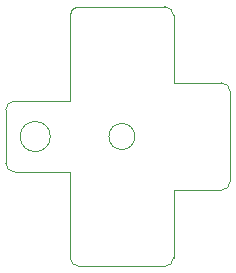
<source format=gbr>
%TF.GenerationSoftware,KiCad,Pcbnew,8.0.2*%
%TF.CreationDate,2025-05-18T13:53:18-07:00*%
%TF.ProjectId,PGS_Trigger_Board,5047535f-5472-4696-9767-65725f426f61,rev?*%
%TF.SameCoordinates,Original*%
%TF.FileFunction,Profile,NP*%
%FSLAX46Y46*%
G04 Gerber Fmt 4.6, Leading zero omitted, Abs format (unit mm)*
G04 Created by KiCad (PCBNEW 8.0.2) date 2025-05-18 13:53:18*
%MOMM*%
%LPD*%
G01*
G04 APERTURE LIST*
%TA.AperFunction,Profile*%
%ADD10C,0.010000*%
%TD*%
%ADD11C,0.010000*%
G04 APERTURE END LIST*
D10*
X235840530Y-148890000D02*
G75*
G02*
X236590500Y-149640000I-30J-750000D01*
G01*
X218330000Y-156440000D02*
G75*
G02*
X217580000Y-155690000I0J750000D01*
G01*
D11*
X223040265Y-143147107D02*
X223040481Y-143129612D01*
X223041129Y-143112148D01*
X223042208Y-143094720D01*
X223043715Y-143077338D01*
X223045649Y-143060008D01*
X223048009Y-143042739D01*
X223050793Y-143025539D01*
X223054000Y-143008414D01*
X223057627Y-142991374D01*
X223061674Y-142974426D01*
X223066138Y-142957578D01*
X223071018Y-142940838D01*
X223076313Y-142924213D01*
X223082021Y-142907711D01*
X223088141Y-142891341D01*
X223094671Y-142875110D01*
D10*
X221355000Y-153440000D02*
G75*
G02*
X218805000Y-153440000I-1275000J0D01*
G01*
X218805000Y-153440000D02*
G75*
G02*
X221355000Y-153440000I1275000J0D01*
G01*
X217580000Y-151190000D02*
X217580000Y-155690000D01*
X231790265Y-148890000D02*
X231790265Y-143190000D01*
D11*
X223477186Y-142493654D02*
X223493320Y-142487214D01*
X223509590Y-142481178D01*
X223525989Y-142475549D01*
X223542508Y-142470326D01*
X223559141Y-142465513D01*
X223575879Y-142461111D01*
X223592715Y-142457120D01*
X223609641Y-142453543D01*
X223626649Y-142450381D01*
X223643732Y-142447636D01*
X223660883Y-142445309D01*
X223678092Y-142443402D01*
X223695354Y-142441916D01*
X223712659Y-142440852D01*
X223730001Y-142440213D01*
X223747372Y-142440000D01*
D10*
X223790265Y-164440000D02*
X231040265Y-164440000D01*
X223040265Y-156440000D02*
X223040265Y-163690000D01*
X231790265Y-163690000D02*
G75*
G02*
X231040265Y-164439965I-749965J0D01*
G01*
X231790265Y-163690000D02*
X231790265Y-157990000D01*
X231040265Y-142440000D02*
G75*
G02*
X231790300Y-143190000I35J-750000D01*
G01*
X217580000Y-151190000D02*
G75*
G02*
X218330000Y-150440000I750000J0D01*
G01*
X223040265Y-150440000D02*
X218330000Y-150440000D01*
D11*
X223251920Y-142642600D02*
X223264209Y-142630818D01*
X223276766Y-142619347D01*
X223289584Y-142608190D01*
X223302657Y-142597353D01*
X223315979Y-142586838D01*
X223329543Y-142576651D01*
X223343345Y-142566794D01*
X223357376Y-142557273D01*
X223371632Y-142548091D01*
X223386106Y-142539252D01*
X223400792Y-142530760D01*
X223415683Y-142522620D01*
X223430775Y-142514835D01*
X223446060Y-142507410D01*
X223461532Y-142500348D01*
X223477186Y-142493654D01*
D10*
X236590530Y-157240000D02*
G75*
G02*
X235840530Y-157990030I-750030J0D01*
G01*
X218330000Y-156440000D02*
X223040265Y-156440000D01*
X228515265Y-153440000D02*
G75*
G02*
X226315265Y-153440000I-1100000J0D01*
G01*
X226315265Y-153440000D02*
G75*
G02*
X228515265Y-153440000I1100000J0D01*
G01*
X223040265Y-143147107D02*
X223040265Y-150440000D01*
X236590530Y-157240000D02*
X236590530Y-149640000D01*
D11*
X223094671Y-142875110D02*
X223101686Y-142858851D01*
X223109099Y-142842790D01*
X223116903Y-142826935D01*
X223125095Y-142811291D01*
X223133669Y-142795866D01*
X223142622Y-142780667D01*
X223151948Y-142765701D01*
X223161642Y-142750974D01*
X223171701Y-142736493D01*
X223182120Y-142722265D01*
X223192893Y-142708298D01*
X223204016Y-142694597D01*
X223215485Y-142681170D01*
X223227295Y-142668023D01*
X223239442Y-142655164D01*
X223251920Y-142642600D01*
D10*
X235840530Y-148890000D02*
X231790265Y-148890000D01*
X231040265Y-142440000D02*
X223747372Y-142440000D01*
X231790265Y-157990000D02*
X235840530Y-157990000D01*
X223790265Y-164440000D02*
G75*
G02*
X223040300Y-163690000I35J750000D01*
G01*
M02*

</source>
